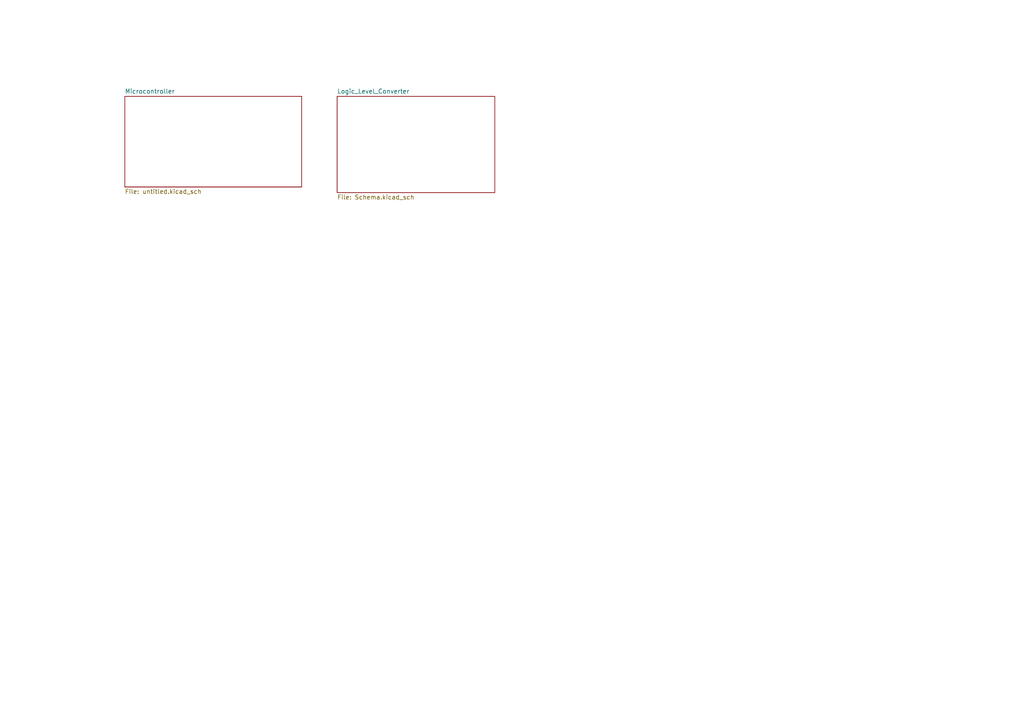
<source format=kicad_sch>
(kicad_sch (version 20230121) (generator eeschema)
  (paper "A4")
  (lib_symbols)
  (sheet (at 36.195 27.94) (size 51.308 26.289) (stroke (width 0.1524))
    (property "Sheetname" "Microcontroller" (at 36.195 27.2284 0) (effects (justify left bottom)))
    (property "Sheetfile" "untitled.kicad_sch" (at 36.195 54.8136 0) (effects (justify left top)))
  )
  (sheet (at 97.79 27.94) (size 45.72 27.94) (stroke (width 0.1524))
    (property "Sheetname" "Logic_Level_Converter" (at 97.79 27.2284 0) (effects (justify left bottom)))
    (property "Sheetfile" "Schema.kicad_sch" (at 97.79 56.4646 0) (effects (justify left top)))
  )
)
</source>
